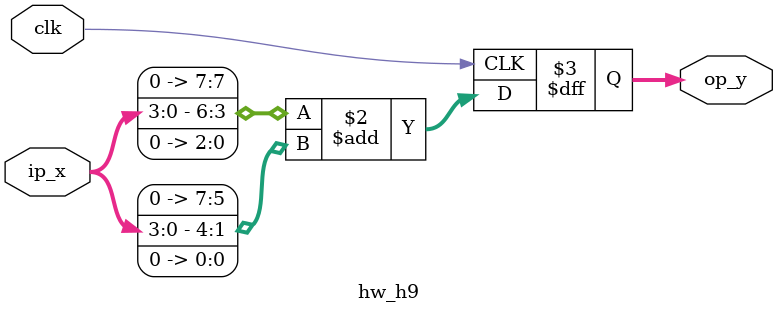
<source format=v>
 module hw_h0(
 input wire [3:0] ip_x,
 output reg [7:0] op_y,
 input wire clk
 );

 always @(posedge clk) begin
 op_y <= {4'b0000, ip_x}; //h0 = 1
 end
 endmodule

 module hw_h1(
 input wire [3:0] ip_x,
 output reg [7:0] op_y,
 input wire clk
 );

 always @(posedge clk) begin
 op_y <= {3'b000, ip_x, 1'b0}; //h1 = 2
 end
 endmodule

 module hw_h2(
 input wire [3:0] ip_x,
 output reg [7:0] op_y,
 input wire clk
 );

 always @(posedge clk) begin
    op_y <= {3'b000, ip_x, 1'b0} + {4'b0000, ip_x}; //h2 = 3
 end
 endmodule

 module hw_h3(
 input wire [3:0] ip_x,
 output reg [7:0] op_y,
 input wire clk
 );

 always @(posedge clk) begin
 op_y <= {2'b00, ip_x, 2'b00}; //h3 = 4
 end
 endmodule

 module hw_h4(
 input wire [3:0] ip_x,
 output reg [7:0] op_y,
 input wire clk
 );

 always @(posedge clk) begin
 op_y <= {2'b00, ip_x, 2'b00} + {4'b0000, ip_x}; //h4 = 5
 end
 endmodule

 module hw_h5(
 input wire [3:0] ip_x,
 output reg [7:0] op_y,
 input wire clk
 );

 always @(posedge clk) begin
 op_y <= {2'b00, ip_x, 2'b00} + {3'b000, ip_x, 1'b0}; //h5 = 6
 end
 endmodule

 module hw_h6(
 input wire [3:0] ip_x,
 output reg [7:0] op_y,
 input wire clk
 );

 always @(posedge clk) begin
 op_y <= {2'b00, ip_x, 2'b00} + {3'b000, ip_x, 1'b0} +
 {4'b0000, ip_x}; //h6 = 7
 end
 endmodule

 module hw_h7(
 input wire [3:0] ip_x,
 output reg [7:0] op_y,
 input wire clk
 );

 always @(posedge clk) begin
 op_y <= {1'b0, ip_x, 3'b000}; //h7 = 8
 end
 endmodule

 module hw_h8(
 input wire [3:0] ip_x,
 output reg [7:0] op_y,
 input wire clk
 );

 always @(posedge clk) begin
 op_y <= {1'b0, ip_x, 3'b000} + {4'b0000, ip_x}; //h8 = 9
 end
 endmodule

 module hw_h9(
 input wire [3:0] ip_x,
 output reg [7:0] op_y,
 input wire clk
 );

 always @(posedge clk) begin
 op_y <= ({1'b0, ip_x, 3'b000} + {3'b000, ip_x, 1'b0}) ; //h9 = 10
 end
 endmodule
</source>
